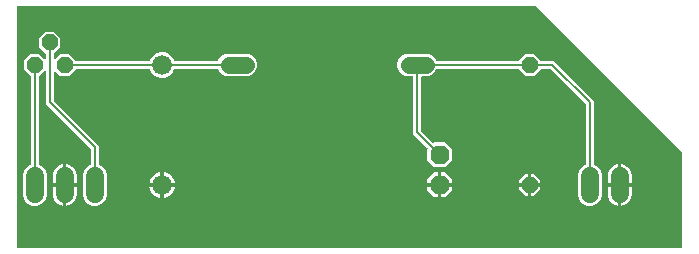
<source format=gbr>
G04 EAGLE Gerber RS-274X export*
G75*
%MOMM*%
%FSLAX34Y34*%
%LPD*%
%INTop Copper*%
%IPPOS*%
%AMOC8*
5,1,8,0,0,1.08239X$1,22.5*%
G01*
%ADD10P,1.732040X8X292.500000*%
%ADD11C,1.676400*%
%ADD12C,1.508000*%
%ADD13C,1.422400*%
%ADD14P,1.429621X8X22.500000*%
%ADD15P,1.429621X8X112.500000*%
%ADD16C,0.152400*%

G36*
X573098Y10164D02*
X573098Y10164D01*
X573117Y10162D01*
X573219Y10184D01*
X573321Y10200D01*
X573338Y10210D01*
X573358Y10214D01*
X573447Y10267D01*
X573538Y10316D01*
X573552Y10330D01*
X573569Y10340D01*
X573636Y10419D01*
X573708Y10494D01*
X573716Y10512D01*
X573729Y10527D01*
X573768Y10623D01*
X573811Y10717D01*
X573813Y10737D01*
X573821Y10755D01*
X573839Y10922D01*
X573839Y90926D01*
X573825Y91016D01*
X573817Y91107D01*
X573805Y91137D01*
X573800Y91169D01*
X573757Y91249D01*
X573721Y91333D01*
X573695Y91365D01*
X573684Y91386D01*
X573661Y91408D01*
X573616Y91464D01*
X450164Y214916D01*
X450090Y214969D01*
X450021Y215029D01*
X449991Y215041D01*
X449965Y215060D01*
X449878Y215087D01*
X449793Y215121D01*
X449752Y215125D01*
X449729Y215132D01*
X449697Y215131D01*
X449626Y215139D01*
X10922Y215139D01*
X10902Y215136D01*
X10883Y215138D01*
X10781Y215116D01*
X10679Y215100D01*
X10662Y215090D01*
X10642Y215086D01*
X10553Y215033D01*
X10462Y214984D01*
X10448Y214970D01*
X10431Y214960D01*
X10364Y214881D01*
X10292Y214806D01*
X10284Y214788D01*
X10271Y214773D01*
X10232Y214677D01*
X10189Y214583D01*
X10187Y214563D01*
X10179Y214545D01*
X10161Y214378D01*
X10161Y10922D01*
X10164Y10902D01*
X10162Y10883D01*
X10184Y10781D01*
X10200Y10679D01*
X10210Y10662D01*
X10214Y10642D01*
X10267Y10553D01*
X10316Y10462D01*
X10330Y10448D01*
X10340Y10431D01*
X10419Y10364D01*
X10494Y10292D01*
X10512Y10284D01*
X10527Y10271D01*
X10623Y10232D01*
X10717Y10189D01*
X10737Y10187D01*
X10755Y10179D01*
X10922Y10161D01*
X573078Y10161D01*
X573098Y10164D01*
G37*
%LPC*%
G36*
X23395Y45879D02*
X23395Y45879D01*
X19690Y47414D01*
X16854Y50250D01*
X15319Y53955D01*
X15319Y73045D01*
X16854Y76750D01*
X19690Y79586D01*
X21627Y80389D01*
X21727Y80450D01*
X21827Y80510D01*
X21831Y80515D01*
X21836Y80518D01*
X21911Y80608D01*
X21987Y80697D01*
X21989Y80703D01*
X21993Y80708D01*
X22034Y80815D01*
X22079Y80925D01*
X22080Y80933D01*
X22081Y80937D01*
X22082Y80955D01*
X22097Y81092D01*
X22097Y155194D01*
X22094Y155214D01*
X22096Y155233D01*
X22074Y155335D01*
X22058Y155437D01*
X22048Y155454D01*
X22044Y155474D01*
X21991Y155563D01*
X21942Y155654D01*
X21928Y155668D01*
X21918Y155685D01*
X21839Y155752D01*
X21764Y155824D01*
X21746Y155832D01*
X21731Y155845D01*
X21717Y155850D01*
X16255Y161312D01*
X16255Y168888D01*
X21612Y174245D01*
X29188Y174245D01*
X33498Y169935D01*
X33556Y169893D01*
X33608Y169844D01*
X33655Y169822D01*
X33697Y169791D01*
X33766Y169770D01*
X33831Y169740D01*
X33883Y169734D01*
X33933Y169719D01*
X34004Y169721D01*
X34075Y169713D01*
X34126Y169724D01*
X34178Y169725D01*
X34246Y169750D01*
X34316Y169765D01*
X34361Y169792D01*
X34409Y169810D01*
X34465Y169855D01*
X34527Y169891D01*
X34561Y169931D01*
X34601Y169963D01*
X34640Y170024D01*
X34687Y170078D01*
X34706Y170127D01*
X34734Y170170D01*
X34752Y170240D01*
X34779Y170306D01*
X34787Y170378D01*
X34795Y170409D01*
X34793Y170432D01*
X34797Y170473D01*
X34797Y174244D01*
X34794Y174264D01*
X34796Y174283D01*
X34774Y174385D01*
X34758Y174487D01*
X34748Y174504D01*
X34744Y174524D01*
X34691Y174613D01*
X34642Y174704D01*
X34628Y174718D01*
X34618Y174735D01*
X34539Y174802D01*
X34464Y174874D01*
X34446Y174882D01*
X34431Y174895D01*
X34417Y174900D01*
X28955Y180362D01*
X28955Y187938D01*
X34312Y193295D01*
X41888Y193295D01*
X47245Y187938D01*
X47245Y180362D01*
X41766Y174883D01*
X41704Y174850D01*
X41690Y174836D01*
X41673Y174826D01*
X41606Y174747D01*
X41534Y174672D01*
X41526Y174654D01*
X41513Y174639D01*
X41474Y174543D01*
X41431Y174449D01*
X41429Y174429D01*
X41421Y174411D01*
X41403Y174244D01*
X41403Y170473D01*
X41414Y170402D01*
X41416Y170331D01*
X41434Y170282D01*
X41442Y170230D01*
X41476Y170167D01*
X41501Y170100D01*
X41533Y170059D01*
X41558Y170013D01*
X41610Y169964D01*
X41654Y169908D01*
X41698Y169879D01*
X41736Y169844D01*
X41801Y169813D01*
X41861Y169775D01*
X41912Y169762D01*
X41959Y169740D01*
X42030Y169732D01*
X42100Y169715D01*
X42152Y169719D01*
X42203Y169713D01*
X42274Y169728D01*
X42345Y169734D01*
X42393Y169754D01*
X42444Y169765D01*
X42505Y169802D01*
X42571Y169830D01*
X42627Y169875D01*
X42655Y169891D01*
X42670Y169909D01*
X42702Y169935D01*
X47012Y174245D01*
X54588Y174245D01*
X60067Y168766D01*
X60100Y168704D01*
X60114Y168690D01*
X60124Y168673D01*
X60203Y168606D01*
X60278Y168534D01*
X60296Y168526D01*
X60311Y168513D01*
X60407Y168474D01*
X60501Y168431D01*
X60521Y168429D01*
X60539Y168421D01*
X60706Y168403D01*
X122387Y168403D01*
X122501Y168422D01*
X122618Y168439D01*
X122623Y168441D01*
X122629Y168442D01*
X122732Y168497D01*
X122837Y168550D01*
X122841Y168555D01*
X122847Y168558D01*
X122927Y168642D01*
X123009Y168726D01*
X123013Y168732D01*
X123016Y168736D01*
X123024Y168753D01*
X123090Y168873D01*
X124090Y171287D01*
X127163Y174360D01*
X131177Y176023D01*
X135523Y176023D01*
X139537Y174360D01*
X142610Y171287D01*
X143610Y168873D01*
X143672Y168773D01*
X143732Y168673D01*
X143736Y168669D01*
X143740Y168664D01*
X143829Y168589D01*
X143918Y168513D01*
X143924Y168511D01*
X143929Y168507D01*
X144037Y168465D01*
X144147Y168421D01*
X144154Y168420D01*
X144159Y168419D01*
X144177Y168418D01*
X144313Y168403D01*
X180149Y168403D01*
X180264Y168422D01*
X180380Y168439D01*
X180386Y168441D01*
X180392Y168442D01*
X180495Y168497D01*
X180600Y168550D01*
X180604Y168555D01*
X180609Y168558D01*
X180689Y168642D01*
X180772Y168726D01*
X180775Y168732D01*
X180779Y168736D01*
X180787Y168753D01*
X180853Y168873D01*
X181555Y170568D01*
X184270Y173283D01*
X187818Y174753D01*
X205882Y174753D01*
X209430Y173283D01*
X212145Y170568D01*
X213615Y167020D01*
X213615Y163180D01*
X212145Y159632D01*
X209430Y156917D01*
X205882Y155447D01*
X187818Y155447D01*
X184270Y156917D01*
X181555Y159632D01*
X180853Y161327D01*
X180791Y161427D01*
X180731Y161527D01*
X180726Y161531D01*
X180723Y161536D01*
X180633Y161611D01*
X180544Y161687D01*
X180538Y161689D01*
X180534Y161693D01*
X180425Y161735D01*
X180316Y161779D01*
X180309Y161780D01*
X180304Y161781D01*
X180286Y161782D01*
X180149Y161797D01*
X144313Y161797D01*
X144199Y161778D01*
X144082Y161761D01*
X144077Y161759D01*
X144071Y161758D01*
X143968Y161703D01*
X143863Y161650D01*
X143859Y161645D01*
X143853Y161642D01*
X143773Y161558D01*
X143691Y161474D01*
X143687Y161468D01*
X143684Y161464D01*
X143676Y161447D01*
X143610Y161327D01*
X142610Y158913D01*
X139537Y155840D01*
X135523Y154177D01*
X131177Y154177D01*
X127163Y155840D01*
X124090Y158913D01*
X123090Y161327D01*
X123028Y161427D01*
X122968Y161527D01*
X122964Y161531D01*
X122960Y161536D01*
X122871Y161611D01*
X122782Y161687D01*
X122776Y161689D01*
X122771Y161693D01*
X122663Y161735D01*
X122553Y161779D01*
X122546Y161780D01*
X122541Y161781D01*
X122523Y161782D01*
X122387Y161797D01*
X60706Y161797D01*
X60686Y161794D01*
X60667Y161796D01*
X60565Y161774D01*
X60463Y161758D01*
X60446Y161748D01*
X60426Y161744D01*
X60337Y161691D01*
X60246Y161642D01*
X60232Y161628D01*
X60215Y161618D01*
X60148Y161539D01*
X60076Y161464D01*
X60068Y161446D01*
X60055Y161431D01*
X60050Y161417D01*
X54588Y155955D01*
X47012Y155955D01*
X42702Y160265D01*
X42644Y160307D01*
X42592Y160356D01*
X42545Y160378D01*
X42503Y160409D01*
X42434Y160430D01*
X42369Y160460D01*
X42317Y160466D01*
X42267Y160481D01*
X42196Y160479D01*
X42125Y160487D01*
X42074Y160476D01*
X42022Y160475D01*
X41954Y160450D01*
X41884Y160435D01*
X41839Y160408D01*
X41791Y160390D01*
X41735Y160345D01*
X41673Y160309D01*
X41639Y160269D01*
X41599Y160237D01*
X41560Y160176D01*
X41513Y160122D01*
X41494Y160073D01*
X41466Y160030D01*
X41448Y159960D01*
X41421Y159894D01*
X41413Y159822D01*
X41405Y159791D01*
X41407Y159768D01*
X41403Y159727D01*
X41403Y135033D01*
X41417Y134943D01*
X41425Y134852D01*
X41437Y134823D01*
X41442Y134791D01*
X41485Y134710D01*
X41521Y134626D01*
X41547Y134594D01*
X41558Y134573D01*
X41581Y134551D01*
X41610Y134515D01*
X41626Y134495D01*
X79503Y96618D01*
X79503Y81092D01*
X79522Y80977D01*
X79539Y80861D01*
X79541Y80855D01*
X79542Y80849D01*
X79597Y80747D01*
X79650Y80642D01*
X79655Y80637D01*
X79658Y80632D01*
X79742Y80552D01*
X79826Y80469D01*
X79832Y80466D01*
X79836Y80462D01*
X79853Y80455D01*
X79973Y80389D01*
X81910Y79586D01*
X84746Y76750D01*
X86281Y73045D01*
X86281Y53955D01*
X84746Y50250D01*
X81910Y47414D01*
X78205Y45879D01*
X74195Y45879D01*
X70490Y47414D01*
X67654Y50250D01*
X66119Y53955D01*
X66119Y73045D01*
X67654Y76750D01*
X70490Y79586D01*
X72427Y80389D01*
X72527Y80450D01*
X72627Y80510D01*
X72631Y80515D01*
X72636Y80518D01*
X72711Y80608D01*
X72787Y80697D01*
X72789Y80703D01*
X72793Y80708D01*
X72834Y80815D01*
X72879Y80925D01*
X72880Y80933D01*
X72881Y80937D01*
X72882Y80955D01*
X72897Y81092D01*
X72897Y93567D01*
X72883Y93657D01*
X72875Y93748D01*
X72863Y93777D01*
X72858Y93809D01*
X72815Y93890D01*
X72779Y93974D01*
X72753Y94006D01*
X72742Y94027D01*
X72719Y94049D01*
X72674Y94105D01*
X34797Y131982D01*
X34797Y159727D01*
X34786Y159798D01*
X34784Y159869D01*
X34766Y159918D01*
X34758Y159970D01*
X34724Y160033D01*
X34699Y160100D01*
X34667Y160141D01*
X34642Y160187D01*
X34590Y160236D01*
X34546Y160292D01*
X34502Y160321D01*
X34464Y160356D01*
X34399Y160387D01*
X34339Y160425D01*
X34288Y160438D01*
X34241Y160460D01*
X34170Y160468D01*
X34100Y160485D01*
X34048Y160481D01*
X33997Y160487D01*
X33926Y160472D01*
X33855Y160466D01*
X33807Y160446D01*
X33756Y160435D01*
X33695Y160398D01*
X33629Y160370D01*
X33573Y160325D01*
X33545Y160309D01*
X33530Y160291D01*
X33498Y160265D01*
X29066Y155833D01*
X29004Y155800D01*
X28990Y155786D01*
X28973Y155776D01*
X28906Y155697D01*
X28834Y155622D01*
X28826Y155604D01*
X28813Y155589D01*
X28774Y155493D01*
X28731Y155399D01*
X28729Y155379D01*
X28721Y155361D01*
X28703Y155194D01*
X28703Y81092D01*
X28722Y80977D01*
X28739Y80861D01*
X28741Y80855D01*
X28742Y80849D01*
X28797Y80747D01*
X28850Y80642D01*
X28855Y80637D01*
X28858Y80632D01*
X28942Y80552D01*
X29026Y80469D01*
X29032Y80466D01*
X29036Y80462D01*
X29053Y80455D01*
X29173Y80389D01*
X31110Y79586D01*
X33946Y76750D01*
X35481Y73045D01*
X35481Y53955D01*
X33946Y50250D01*
X31110Y47414D01*
X27405Y45879D01*
X23395Y45879D01*
G37*
%LPD*%
%LPC*%
G36*
X493295Y45879D02*
X493295Y45879D01*
X489590Y47414D01*
X486754Y50250D01*
X485219Y53955D01*
X485219Y73045D01*
X486754Y76750D01*
X489590Y79586D01*
X491527Y80389D01*
X491627Y80450D01*
X491727Y80510D01*
X491731Y80515D01*
X491736Y80518D01*
X491811Y80608D01*
X491887Y80697D01*
X491889Y80703D01*
X491893Y80708D01*
X491934Y80815D01*
X491979Y80925D01*
X491980Y80933D01*
X491981Y80937D01*
X491982Y80955D01*
X491997Y81092D01*
X491997Y131667D01*
X491983Y131757D01*
X491975Y131848D01*
X491963Y131877D01*
X491958Y131909D01*
X491915Y131990D01*
X491879Y132074D01*
X491853Y132106D01*
X491842Y132127D01*
X491819Y132149D01*
X491774Y132205D01*
X462405Y161574D01*
X462331Y161627D01*
X462262Y161687D01*
X462231Y161699D01*
X462205Y161718D01*
X462118Y161745D01*
X462033Y161779D01*
X461992Y161783D01*
X461970Y161790D01*
X461938Y161789D01*
X461867Y161797D01*
X454406Y161797D01*
X454386Y161794D01*
X454367Y161796D01*
X454265Y161774D01*
X454163Y161758D01*
X454146Y161748D01*
X454126Y161744D01*
X454037Y161691D01*
X453946Y161642D01*
X453932Y161628D01*
X453915Y161618D01*
X453848Y161539D01*
X453776Y161464D01*
X453768Y161446D01*
X453755Y161431D01*
X453750Y161417D01*
X448288Y155955D01*
X440712Y155955D01*
X435233Y161434D01*
X435200Y161496D01*
X435186Y161510D01*
X435176Y161527D01*
X435097Y161594D01*
X435022Y161666D01*
X435004Y161674D01*
X434989Y161687D01*
X434893Y161726D01*
X434799Y161769D01*
X434779Y161771D01*
X434761Y161779D01*
X434594Y161797D01*
X365951Y161797D01*
X365836Y161778D01*
X365720Y161761D01*
X365714Y161759D01*
X365708Y161758D01*
X365605Y161703D01*
X365500Y161650D01*
X365496Y161645D01*
X365491Y161642D01*
X365411Y161558D01*
X365328Y161474D01*
X365325Y161468D01*
X365321Y161464D01*
X365313Y161447D01*
X365247Y161327D01*
X364545Y159632D01*
X361830Y156917D01*
X358282Y155447D01*
X353314Y155447D01*
X353294Y155444D01*
X353275Y155446D01*
X353173Y155424D01*
X353071Y155408D01*
X353054Y155398D01*
X353034Y155394D01*
X352945Y155341D01*
X352854Y155292D01*
X352840Y155278D01*
X352823Y155268D01*
X352756Y155189D01*
X352684Y155114D01*
X352676Y155096D01*
X352663Y155081D01*
X352624Y154985D01*
X352581Y154891D01*
X352579Y154871D01*
X352571Y154853D01*
X352553Y154686D01*
X352553Y109633D01*
X352567Y109543D01*
X352575Y109452D01*
X352587Y109423D01*
X352592Y109391D01*
X352635Y109310D01*
X352671Y109226D01*
X352697Y109194D01*
X352708Y109173D01*
X352731Y109151D01*
X352776Y109095D01*
X362643Y99228D01*
X362659Y99216D01*
X362672Y99201D01*
X362759Y99145D01*
X362843Y99084D01*
X362862Y99078D01*
X362879Y99068D01*
X362979Y99042D01*
X363078Y99012D01*
X363098Y99012D01*
X363117Y99008D01*
X363220Y99016D01*
X363324Y99018D01*
X363342Y99025D01*
X363362Y99027D01*
X363457Y99067D01*
X363555Y99103D01*
X363570Y99115D01*
X363589Y99123D01*
X363720Y99228D01*
X363934Y99442D01*
X372667Y99442D01*
X378842Y93267D01*
X378842Y84533D01*
X372667Y78358D01*
X363933Y78358D01*
X357758Y84533D01*
X357758Y93266D01*
X357972Y93480D01*
X357984Y93497D01*
X357999Y93509D01*
X358055Y93596D01*
X358116Y93680D01*
X358122Y93699D01*
X358132Y93716D01*
X358158Y93816D01*
X358188Y93915D01*
X358188Y93935D01*
X358192Y93955D01*
X358184Y94058D01*
X358182Y94161D01*
X358175Y94180D01*
X358173Y94200D01*
X358133Y94295D01*
X358097Y94392D01*
X358085Y94408D01*
X358077Y94426D01*
X357972Y94557D01*
X348105Y104424D01*
X345947Y106582D01*
X345947Y154686D01*
X345944Y154706D01*
X345946Y154725D01*
X345924Y154827D01*
X345908Y154929D01*
X345898Y154946D01*
X345894Y154966D01*
X345841Y155055D01*
X345792Y155146D01*
X345778Y155160D01*
X345768Y155177D01*
X345689Y155244D01*
X345614Y155316D01*
X345596Y155324D01*
X345581Y155337D01*
X345485Y155376D01*
X345391Y155419D01*
X345371Y155421D01*
X345353Y155429D01*
X345186Y155447D01*
X340218Y155447D01*
X336670Y156917D01*
X333955Y159632D01*
X332485Y163180D01*
X332485Y167020D01*
X333955Y170568D01*
X336670Y173283D01*
X340218Y174753D01*
X358282Y174753D01*
X361830Y173283D01*
X364545Y170568D01*
X365247Y168873D01*
X365309Y168773D01*
X365369Y168673D01*
X365374Y168669D01*
X365377Y168664D01*
X365467Y168589D01*
X365556Y168513D01*
X365562Y168511D01*
X365566Y168507D01*
X365675Y168465D01*
X365784Y168421D01*
X365791Y168420D01*
X365796Y168419D01*
X365814Y168418D01*
X365951Y168403D01*
X434594Y168403D01*
X434614Y168406D01*
X434633Y168404D01*
X434735Y168426D01*
X434837Y168442D01*
X434854Y168452D01*
X434874Y168456D01*
X434963Y168509D01*
X435054Y168558D01*
X435068Y168572D01*
X435085Y168582D01*
X435152Y168661D01*
X435224Y168736D01*
X435232Y168754D01*
X435245Y168769D01*
X435250Y168783D01*
X440712Y174245D01*
X448288Y174245D01*
X453767Y168766D01*
X453800Y168704D01*
X453814Y168690D01*
X453824Y168673D01*
X453903Y168606D01*
X453978Y168534D01*
X453996Y168526D01*
X454011Y168513D01*
X454107Y168474D01*
X454201Y168431D01*
X454221Y168429D01*
X454239Y168421D01*
X454406Y168403D01*
X464918Y168403D01*
X498603Y134718D01*
X498603Y81092D01*
X498622Y80977D01*
X498639Y80861D01*
X498641Y80855D01*
X498642Y80849D01*
X498697Y80747D01*
X498750Y80642D01*
X498755Y80637D01*
X498758Y80632D01*
X498842Y80552D01*
X498926Y80469D01*
X498932Y80466D01*
X498936Y80462D01*
X498953Y80455D01*
X499073Y80389D01*
X501010Y79586D01*
X503846Y76750D01*
X505381Y73045D01*
X505381Y53955D01*
X503846Y50250D01*
X501010Y47414D01*
X497305Y45879D01*
X493295Y45879D01*
G37*
%LPD*%
%LPC*%
G36*
X52323Y65023D02*
X52323Y65023D01*
X52323Y81005D01*
X53161Y80873D01*
X54670Y80382D01*
X56083Y79662D01*
X57367Y78729D01*
X58489Y77607D01*
X59422Y76323D01*
X60142Y74910D01*
X60633Y73401D01*
X60881Y71833D01*
X60881Y65023D01*
X52323Y65023D01*
G37*
%LPD*%
%LPC*%
G36*
X522223Y65023D02*
X522223Y65023D01*
X522223Y81005D01*
X523061Y80873D01*
X524570Y80382D01*
X525983Y79662D01*
X527267Y78729D01*
X528389Y77607D01*
X529322Y76323D01*
X530042Y74910D01*
X530533Y73401D01*
X530781Y71833D01*
X530781Y65023D01*
X522223Y65023D01*
G37*
%LPD*%
%LPC*%
G36*
X522223Y61977D02*
X522223Y61977D01*
X530781Y61977D01*
X530781Y55167D01*
X530533Y53599D01*
X530042Y52090D01*
X529322Y50677D01*
X528389Y49393D01*
X527267Y48271D01*
X525983Y47338D01*
X524570Y46618D01*
X523061Y46127D01*
X522223Y45995D01*
X522223Y61977D01*
G37*
%LPD*%
%LPC*%
G36*
X52323Y61977D02*
X52323Y61977D01*
X60881Y61977D01*
X60881Y55167D01*
X60633Y53599D01*
X60142Y52090D01*
X59422Y50677D01*
X58489Y49393D01*
X57367Y48271D01*
X56083Y47338D01*
X54670Y46618D01*
X53161Y46127D01*
X52323Y45995D01*
X52323Y61977D01*
G37*
%LPD*%
%LPC*%
G36*
X40719Y65023D02*
X40719Y65023D01*
X40719Y71833D01*
X40967Y73401D01*
X41458Y74910D01*
X42178Y76323D01*
X43111Y77607D01*
X44233Y78729D01*
X45517Y79662D01*
X46930Y80382D01*
X48439Y80873D01*
X49277Y81005D01*
X49277Y65023D01*
X40719Y65023D01*
G37*
%LPD*%
%LPC*%
G36*
X510619Y65023D02*
X510619Y65023D01*
X510619Y71833D01*
X510867Y73401D01*
X511358Y74910D01*
X512078Y76323D01*
X513011Y77607D01*
X514133Y78729D01*
X515417Y79662D01*
X516830Y80382D01*
X518339Y80873D01*
X519177Y81005D01*
X519177Y65023D01*
X510619Y65023D01*
G37*
%LPD*%
%LPC*%
G36*
X48439Y46127D02*
X48439Y46127D01*
X46930Y46618D01*
X45517Y47338D01*
X44233Y48271D01*
X43111Y49393D01*
X42178Y50677D01*
X41458Y52090D01*
X40967Y53599D01*
X40719Y55167D01*
X40719Y61977D01*
X49277Y61977D01*
X49277Y45995D01*
X48439Y46127D01*
G37*
%LPD*%
%LPC*%
G36*
X518339Y46127D02*
X518339Y46127D01*
X516830Y46618D01*
X515417Y47338D01*
X514133Y48271D01*
X513011Y49393D01*
X512078Y50677D01*
X511358Y52090D01*
X510867Y53599D01*
X510619Y55167D01*
X510619Y61977D01*
X519177Y61977D01*
X519177Y45995D01*
X518339Y46127D01*
G37*
%LPD*%
%LPC*%
G36*
X134873Y65023D02*
X134873Y65023D01*
X134873Y74318D01*
X135908Y74154D01*
X137543Y73622D01*
X139075Y72842D01*
X140466Y71831D01*
X141681Y70616D01*
X142692Y69225D01*
X143472Y67693D01*
X144004Y66058D01*
X144168Y65023D01*
X134873Y65023D01*
G37*
%LPD*%
%LPC*%
G36*
X122532Y65023D02*
X122532Y65023D01*
X122696Y66058D01*
X123228Y67693D01*
X124008Y69225D01*
X125019Y70616D01*
X126234Y71831D01*
X127625Y72842D01*
X129157Y73622D01*
X130792Y74154D01*
X131827Y74318D01*
X131827Y65023D01*
X122532Y65023D01*
G37*
%LPD*%
%LPC*%
G36*
X134873Y61977D02*
X134873Y61977D01*
X144168Y61977D01*
X144004Y60942D01*
X143472Y59307D01*
X142692Y57775D01*
X141681Y56384D01*
X140466Y55169D01*
X139075Y54158D01*
X137543Y53378D01*
X135908Y52846D01*
X134873Y52682D01*
X134873Y61977D01*
G37*
%LPD*%
%LPC*%
G36*
X130792Y52846D02*
X130792Y52846D01*
X129157Y53378D01*
X127625Y54158D01*
X126234Y55169D01*
X125019Y56384D01*
X124008Y57775D01*
X123228Y59307D01*
X122696Y60942D01*
X122532Y61977D01*
X131827Y61977D01*
X131827Y52682D01*
X130792Y52846D01*
G37*
%LPD*%
%LPC*%
G36*
X369823Y65023D02*
X369823Y65023D01*
X369823Y74042D01*
X372667Y74042D01*
X378842Y67867D01*
X378842Y65023D01*
X369823Y65023D01*
G37*
%LPD*%
%LPC*%
G36*
X357758Y65023D02*
X357758Y65023D01*
X357758Y67867D01*
X363933Y74042D01*
X366777Y74042D01*
X366777Y65023D01*
X357758Y65023D01*
G37*
%LPD*%
%LPC*%
G36*
X369823Y52958D02*
X369823Y52958D01*
X369823Y61977D01*
X378842Y61977D01*
X378842Y59133D01*
X372667Y52958D01*
X369823Y52958D01*
G37*
%LPD*%
%LPC*%
G36*
X363933Y52958D02*
X363933Y52958D01*
X357758Y59133D01*
X357758Y61977D01*
X366777Y61977D01*
X366777Y52958D01*
X363933Y52958D01*
G37*
%LPD*%
%LPC*%
G36*
X446023Y65023D02*
X446023Y65023D01*
X446023Y72645D01*
X448288Y72645D01*
X453645Y67288D01*
X453645Y65023D01*
X446023Y65023D01*
G37*
%LPD*%
%LPC*%
G36*
X435355Y65023D02*
X435355Y65023D01*
X435355Y67288D01*
X440712Y72645D01*
X442977Y72645D01*
X442977Y65023D01*
X435355Y65023D01*
G37*
%LPD*%
%LPC*%
G36*
X446023Y54355D02*
X446023Y54355D01*
X446023Y61977D01*
X453645Y61977D01*
X453645Y59712D01*
X448288Y54355D01*
X446023Y54355D01*
G37*
%LPD*%
%LPC*%
G36*
X440712Y54355D02*
X440712Y54355D01*
X435355Y59712D01*
X435355Y61977D01*
X442977Y61977D01*
X442977Y54355D01*
X440712Y54355D01*
G37*
%LPD*%
%LPC*%
G36*
X520699Y63499D02*
X520699Y63499D01*
X520699Y63501D01*
X520701Y63501D01*
X520701Y63499D01*
X520699Y63499D01*
G37*
%LPD*%
%LPC*%
G36*
X444499Y63499D02*
X444499Y63499D01*
X444499Y63501D01*
X444501Y63501D01*
X444501Y63499D01*
X444499Y63499D01*
G37*
%LPD*%
%LPC*%
G36*
X368299Y63499D02*
X368299Y63499D01*
X368299Y63501D01*
X368301Y63501D01*
X368301Y63499D01*
X368299Y63499D01*
G37*
%LPD*%
%LPC*%
G36*
X133349Y63499D02*
X133349Y63499D01*
X133349Y63501D01*
X133351Y63501D01*
X133351Y63499D01*
X133349Y63499D01*
G37*
%LPD*%
%LPC*%
G36*
X50799Y63499D02*
X50799Y63499D01*
X50799Y63501D01*
X50801Y63501D01*
X50801Y63499D01*
X50799Y63499D01*
G37*
%LPD*%
D10*
X368300Y88900D03*
X368300Y63500D03*
D11*
X133350Y63500D03*
X133350Y165100D03*
D12*
X25400Y71040D02*
X25400Y55960D01*
X50800Y55960D02*
X50800Y71040D01*
X76200Y71040D02*
X76200Y55960D01*
D13*
X189738Y165100D02*
X203962Y165100D01*
X342138Y165100D02*
X356362Y165100D01*
D12*
X495300Y71040D02*
X495300Y55960D01*
X520700Y55960D02*
X520700Y71040D01*
D14*
X50800Y165100D03*
X38100Y184150D03*
X25400Y165100D03*
D15*
X444500Y63500D03*
X444500Y165100D03*
D16*
X25400Y165100D02*
X25400Y63500D01*
X50800Y165100D02*
X133350Y165100D01*
X196850Y165100D01*
X349250Y165100D02*
X444500Y165100D01*
X368300Y88900D02*
X349250Y107950D01*
X349250Y165100D01*
X444500Y165100D02*
X463550Y165100D01*
X495300Y133350D01*
X495300Y63500D01*
X76200Y63500D02*
X76200Y95250D01*
X38100Y133350D01*
X38100Y184150D01*
M02*

</source>
